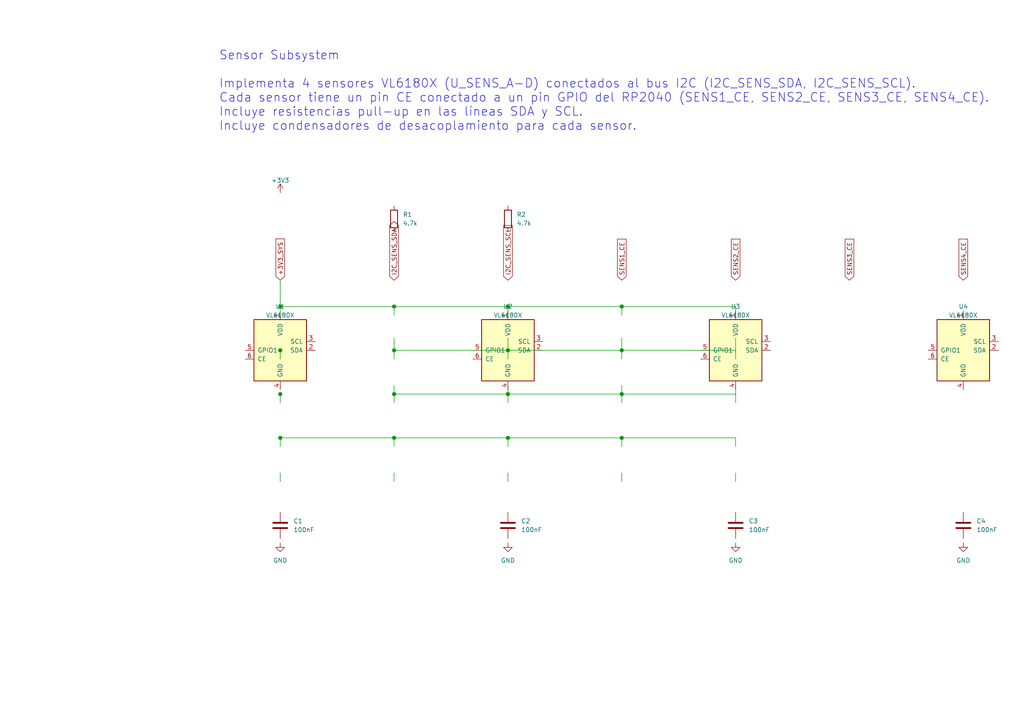
<source format=kicad_sch>
(kicad_sch (version 20230121) (generator eeschema)
  (paper "A4")
  (title_block (title "CM4 Robotics Controller - Sensor Subsystem") (date "2025-07-03") (rev "v1.0") (company "Manus AI"))
  (lib_symbols
    (symbol "Device:C" (pin_numbers hide) (pin_names (offset 0.254))
      (property "Reference" "C" (at 0.635 2.54 0))
      (property "Value" "C" (at 0.635 -2.54 0))
      (symbol "C_0_1"
        (polyline (pts (xy -2.032 -0.762) (xy 2.032 -0.762)) (stroke (width 0.508)))
        (polyline (pts (xy -2.032 0.762) (xy 2.032 0.762)) (stroke (width 0.508)))
      )
      (symbol "C_1_1"
        (pin passive line (at 0 3.81 270) (length 2.794) (name "~") (number "1"))
        (pin passive line (at 0 -3.81 90) (length 2.794) (name "~") (number "2"))
      )
    )
    (symbol "Device:R" (pin_numbers hide) (pin_names (offset 0))
      (property "Reference" "R" (at 2.032 0 90))
      (property "Value" "R" (at 0 0 90))
      (symbol "R_0_1"
        (rectangle (start -1.016 -2.54) (end 1.016 2.54) (stroke (width 0.254)))
      )
      (symbol "R_1_1"
        (pin passive line (at 0 3.81 270) (length 1.27) (name "~") (number "1"))
        (pin passive line (at 0 -3.81 90) (length 1.27) (name "~") (number "2"))
      )
    )
    (symbol "custom_symbols:VL6180X" (pin_names (offset 1.016))
      (property "Reference" "U" (at 0 12.7 0))
      (property "Value" "VL6180X" (at 0 10.16 0))
      (symbol "VL6180X_0_1"
        (rectangle (start -7.62 8.89) (end 7.62 -8.89) (stroke (width 0.254)) (fill (type background)))
      )
      (symbol "VL6180X_1_1"
        (pin power_in line (at 0 11.43 270) (length 2.54) (name "VDD") (number "1"))
        (pin bidirectional line (at 10.16 0 180) (length 2.54) (name "SDA") (number "2"))
        (pin input line (at 10.16 2.54 180) (length 2.54) (name "SCL") (number "3"))
        (pin power_in line (at 0 -11.43 90) (length 2.54) (name "GND") (number "4"))
        (pin input line (at -10.16 0 0) (length 2.54) (name "GPIO1") (number "5"))
        (pin input line (at -10.16 -2.54 0) (length 2.54) (name "CE") (number "6"))
      )
    )
    (symbol "power:+3V3" (power) (pin_names (offset 0))
      (property "Value" "+3V3" (at 0 3.556 0))
      (symbol "+3V3_0_1"
        (polyline (pts (xy -0.762 1.27) (xy 0 2.54)))
        (polyline (pts (xy 0 0) (xy 0 2.54)))
        (polyline (pts (xy 0 2.54) (xy 0.762 1.27)))
      )
      (symbol "+3V3_1_1"
        (pin power_in line (at 0 0 90) (length 0) hide (name "+3V3") (number "1"))
      )
    )
    (symbol "power:GND" (power) (pin_names (offset 0))
      (property "Value" "GND" (at 0 -3.81 0))
      (symbol "GND_0_1"
        (polyline (pts (xy 0 0) (xy 0 -1.27) (xy 1.27 -1.27) (xy 0 -2.54) (xy -1.27 -1.27) (xy 0 -1.27)))
      )
      (symbol "GND_1_1"
        (pin power_in line (at 0 0 270) (length 0) hide (name "GND") (number "1"))
      )
    )
  )
  (junction (at 81.28 88.9) (diameter 1.016))
  (junction (at 81.28 101.6) (diameter 1.016))
  (junction (at 81.28 114.3) (diameter 1.016))
  (junction (at 81.28 127) (diameter 1.016))
  (junction (at 114.3 88.9) (diameter 1.016))
  (junction (at 114.3 101.6) (diameter 1.016))
  (junction (at 114.3 114.3) (diameter 1.016))
  (junction (at 114.3 127) (diameter 1.016))
  (junction (at 147.32 88.9) (diameter 1.016))
  (junction (at 147.32 101.6) (diameter 1.016))
  (junction (at 147.32 114.3) (diameter 1.016))
  (junction (at 147.32 127) (diameter 1.016))
  (junction (at 180.34 88.9) (diameter 1.016))
  (junction (at 180.34 101.6) (diameter 1.016))
  (junction (at 180.34 114.3) (diameter 1.016))
  (junction (at 180.34 127) (diameter 1.016))
  (wire (pts (xy 81.28 88.9) (xy 81.28 91.44)))
  (wire (pts (xy 81.28 101.6) (xy 81.28 104.14)))
  (wire (pts (xy 81.28 114.3) (xy 81.28 116.84)))
  (wire (pts (xy 81.28 127) (xy 81.28 129.54)))
  (wire (pts (xy 81.28 137.16) (xy 81.28 139.7)))
  (wire (pts (xy 81.28 88.9) (xy 114.3 88.9)))
  (wire (pts (xy 81.28 127) (xy 114.3 127)))
  (wire (pts (xy 114.3 88.9) (xy 114.3 91.44)))
  (wire (pts (xy 114.3 101.6) (xy 114.3 104.14)))
  (wire (pts (xy 114.3 114.3) (xy 114.3 116.84)))
  (wire (pts (xy 114.3 127) (xy 114.3 129.54)))
  (wire (pts (xy 114.3 137.16) (xy 114.3 139.7)))
  (wire (pts (xy 114.3 88.9) (xy 147.32 88.9)))
  (wire (pts (xy 114.3 127) (xy 147.32 127)))
  (wire (pts (xy 147.32 88.9) (xy 147.32 91.44)))
  (wire (pts (xy 147.32 101.6) (xy 147.32 104.14)))
  (wire (pts (xy 147.32 114.3) (xy 147.32 116.84)))
  (wire (pts (xy 147.32 127) (xy 147.32 129.54)))
  (wire (pts (xy 147.32 137.16) (xy 147.32 139.7)))
  (wire (pts (xy 147.32 88.9) (xy 180.34 88.9)))
  (wire (pts (xy 147.32 127) (xy 180.34 127)))
  (wire (pts (xy 180.34 88.9) (xy 180.34 91.44)))
  (wire (pts (xy 180.34 101.6) (xy 180.34 104.14)))
  (wire (pts (xy 180.34 114.3) (xy 180.34 116.84)))
  (wire (pts (xy 180.34 127) (xy 180.34 129.54)))
  (wire (pts (xy 180.34 137.16) (xy 180.34 139.7)))
  (wire (pts (xy 180.34 88.9) (xy 213.36 88.9)))
  (wire (pts (xy 180.34 127) (xy 213.36 127)))
  (wire (pts (xy 213.36 88.9) (xy 213.36 91.44)))
  (wire (pts (xy 213.36 101.6) (xy 213.36 104.14)))
  (wire (pts (xy 213.36 114.3) (xy 213.36 116.84)))
  (wire (pts (xy 213.36 127) (xy 213.36 129.54)))
  (wire (pts (xy 213.36 137.16) (xy 213.36 139.7)))
  (wire (pts (xy 114.3 101.6) (xy 114.3 98.044)))
  (wire (pts (xy 114.3 114.3) (xy 114.3 111.76)))
  (wire (pts (xy 147.32 101.6) (xy 147.32 98.044)))
  (wire (pts (xy 147.32 114.3) (xy 147.32 111.76)))
  (wire (pts (xy 180.34 101.6) (xy 180.34 98.044)))
  (wire (pts (xy 180.34 114.3) (xy 180.34 111.76)))
  (wire (pts (xy 213.36 101.6) (xy 213.36 98.044)))
  (wire (pts (xy 213.36 114.3) (xy 213.36 111.76)))
  (wire (pts (xy 81.28 81.28) (xy 81.28 88.9)))
  (wire (pts (xy 114.3 114.3) (xy 147.32 114.3)))
  (wire (pts (xy 147.32 114.3) (xy 180.34 114.3)))
  (wire (pts (xy 180.34 114.3) (xy 213.36 114.3)))
  (wire (pts (xy 114.3 101.6) (xy 147.32 101.6)))
  (wire (pts (xy 147.32 101.6) (xy 180.34 101.6)))
  (wire (pts (xy 180.34 101.6) (xy 213.36 101.6)))
  (text "Sensor Subsystem\n\nImplementa 4 sensores VL6180X (U_SENS_A-D) conectados al bus I2C (I2C_SENS_SDA, I2C_SENS_SCL).\nCada sensor tiene un pin CE conectado a un pin GPIO del RP2040 (SENS1_CE, SENS2_CE, SENS3_CE, SENS4_CE).\nIncluye resistencias pull-up en las líneas SDA y SCL.\nIncluye condensadores de desacoplamiento para cada sensor." (at 63.5 38.1 0) (effects (font (size 2.54 2.54)) (justify left bottom)))
  (global_label "+3V3_SYS" (shape input) (at 81.28 81.28 90) (property "Intersheetrefs" "${INTERSHEET_REFS}" (effects hide)))
  (global_label "I2C_SENS_SDA" (shape bidirectional) (at 114.3 81.28 90) (property "Intersheetrefs" "${INTERSHEET_REFS}" (effects hide)))
  (global_label "I2C_SENS_SCL" (shape input) (at 147.32 81.28 90) (property "Intersheetrefs" "${INTERSHEET_REFS}" (effects hide)))
  (global_label "SENS1_CE" (shape input) (at 180.34 81.28 90) (property "Intersheetrefs" "${INTERSHEET_REFS}" (effects hide)))
  (global_label "SENS2_CE" (shape input) (at 213.36 81.28 90) (property "Intersheetrefs" "${INTERSHEET_REFS}" (effects hide)))
  (global_label "SENS3_CE" (shape input) (at 246.38 81.28 90) (property "Intersheetrefs" "${INTERSHEET_REFS}" (effects hide)))
  (global_label "SENS4_CE" (shape input) (at 279.4 81.28 90) (property "Intersheetrefs" "${INTERSHEET_REFS}" (effects hide)))
  (symbol (lib_id "custom_symbols:VL6180X") (at 81.28 101.6 0) (unit 1)
    (property "Reference" "U1" (at 81.28 88.9 0))
    (property "Value" "VL6180X" (at 81.28 91.44 0))
    (property "Footprint" "Package_LGA:LGA-12_2x2mm_P0.5mm" (effects hide))
    (property "Datasheet" "https://www.st.com/resource/en/datasheet/vl6180x.pdf" (effects hide))
  )
  (symbol (lib_id "custom_symbols:VL6180X") (at 147.32 101.6 0) (unit 1)
    (property "Reference" "U2" (at 147.32 88.9 0))
    (property "Value" "VL6180X" (at 147.32 91.44 0))
    (property "Footprint" "Package_LGA:LGA-12_2x2mm_P0.5mm" (effects hide))
    (property "Datasheet" "https://www.st.com/resource/en/datasheet/vl6180x.pdf" (effects hide))
  )
  (symbol (lib_id "custom_symbols:VL6180X") (at 213.36 101.6 0) (unit 1)
    (property "Reference" "U3" (at 213.36 88.9 0))
    (property "Value" "VL6180X" (at 213.36 91.44 0))
    (property "Footprint" "Package_LGA:LGA-12_2x2mm_P0.5mm" (effects hide))
    (property "Datasheet" "https://www.st.com/resource/en/datasheet/vl6180x.pdf" (effects hide))
  )
  (symbol (lib_id "custom_symbols:VL6180X") (at 279.4 101.6 0) (unit 1)
    (property "Reference" "U4" (at 279.4 88.9 0))
    (property "Value" "VL6180X" (at 279.4 91.44 0))
    (property "Footprint" "Package_LGA:LGA-12_2x2mm_P0.5mm" (effects hide))
    (property "Datasheet" "https://www.st.com/resource/en/datasheet/vl6180x.pdf" (effects hide))
  )
  (symbol (lib_id "Device:R") (at 114.3 63.5 0) (unit 1)
    (property "Reference" "R1" (at 116.84 62.23 0) (effects (justify left)))
    (property "Value" "4.7k" (at 116.84 64.77 0) (effects (justify left)))
    (property "Footprint" "Resistor_SMD:R_0402_1005Metric" (effects hide))
  )
  (symbol (lib_id "Device:R") (at 147.32 63.5 0) (unit 1)
    (property "Reference" "R2" (at 149.86 62.23 0) (effects (justify left)))
    (property "Value" "4.7k" (at 149.86 64.77 0) (effects (justify left)))
    (property "Footprint" "Resistor_SMD:R_0402_1005Metric" (effects hide))
  )
  (symbol (lib_id "Device:C") (at 81.28 152.4 0) (unit 1)
    (property "Reference" "C1" (at 85.09 151.1299 0) (effects (justify left)))
    (property "Value" "100nF" (at 85.09 153.6699 0) (effects (justify left)))
    (property "Footprint" "Capacitor_SMD:C_0402_1005Metric" (effects hide))
  )
  (symbol (lib_id "Device:C") (at 147.32 152.4 0) (unit 1)
    (property "Reference" "C2" (at 151.13 151.1299 0) (effects (justify left)))
    (property "Value" "100nF" (at 151.13 153.6699 0) (effects (justify left)))
    (property "Footprint" "Capacitor_SMD:C_0402_1005Metric" (effects hide))
  )
  (symbol (lib_id "Device:C") (at 213.36 152.4 0) (unit 1)
    (property "Reference" "C3" (at 217.17 151.1299 0) (effects (justify left)))
    (property "Value" "100nF" (at 217.17 153.6699 0) (effects (justify left)))
    (property "Footprint" "Capacitor_SMD:C_0402_1005Metric" (effects hide))
  )
  (symbol (lib_id "Device:C") (at 279.4 152.4 0) (unit 1)
    (property "Reference" "C4" (at 283.21 151.1299 0) (effects (justify left)))
    (property "Value" "100nF" (at 283.21 153.6699 0) (effects (justify left)))
    (property "Footprint" "Capacitor_SMD:C_0402_1005Metric" (effects hide))
  )
  (symbol (lib_id "power:+3V3") (at 81.28 55.88 0) (unit 1)
    (property "Reference" "#PWR01" (effects hide))
    (property "Value" "+3V3" (at 81.28 52.324 0))
  )
  (symbol (lib_id "power:GND") (at 81.28 157.48 0) (unit 1)
    (property "Reference" "#PWR02" (effects hide))
    (property "Value" "GND" (at 81.28 162.56 0))
  )
  (symbol (lib_id "power:GND") (at 147.32 157.48 0) (unit 1)
    (property "Reference" "#PWR03" (effects hide))
    (property "Value" "GND" (at 147.32 162.56 0))
  )
  (symbol (lib_id "power:GND") (at 213.36 157.48 0) (unit 1)
    (property "Reference" "#PWR04" (effects hide))
    (property "Value" "GND" (at 213.36 162.56 0))
  )
  (symbol (lib_id "power:GND") (at 279.4 157.48 0) (unit 1)
    (property "Reference" "#PWR05" (effects hide))
    (property "Value" "GND" (at 279.4 162.56 0))
  )
)
</source>
